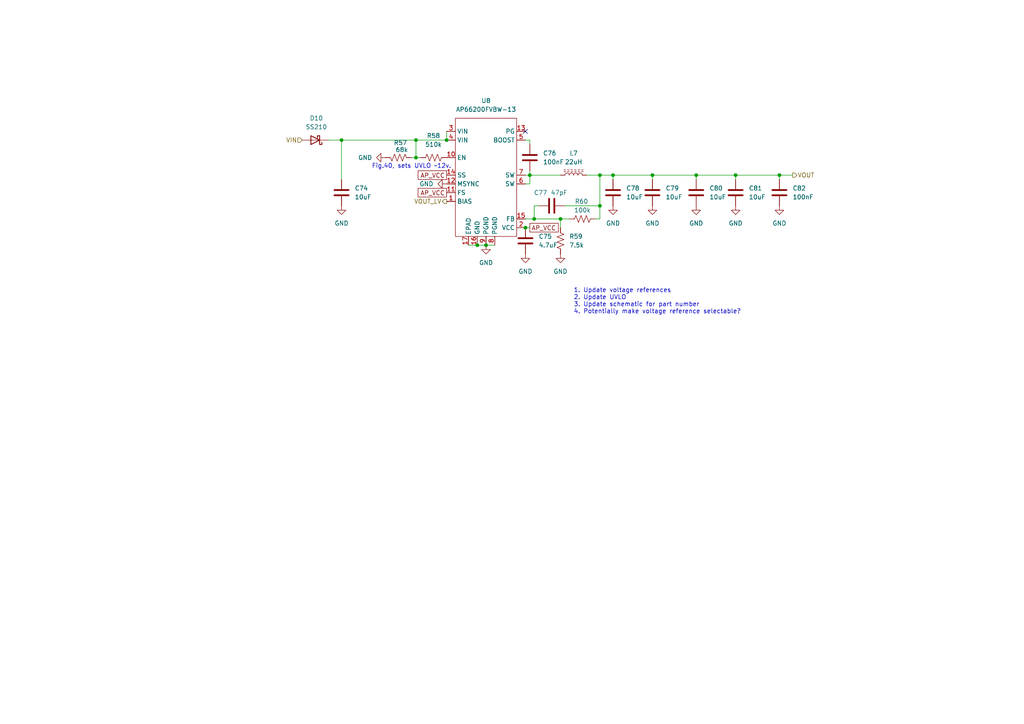
<source format=kicad_sch>
(kicad_sch (version 20231120) (generator "eeschema") (generator_version "8.0")
  (paper "A4")
  (lib_symbols
    (symbol "Device:C" (pin_numbers hide) (pin_names (offset 0.254))
      (property "Reference" "C" (at 0.635 2.54 0))
      (property "Value" "C" (at 0.635 -2.54 0))
      (symbol "C_0_1"
        (polyline (pts (xy -2.032 -0.762) (xy 2.032 -0.762)) (stroke (width 0.508)))
        (polyline (pts (xy -2.032 0.762) (xy 2.032 0.762)) (stroke (width 0.508)))
      )
      (symbol "C_1_1"
        (pin passive line (at 0 3.81 270) (length 2.794) (name "~") (number "1"))
        (pin passive line (at 0 -3.81 90) (length 2.794) (name "~") (number "2"))
      )
    )
    (symbol "Device:D_Schottky" (pin_numbers hide) (pin_names (offset 1.016) hide)
      (property "Reference" "D" (at 0 2.54 0))
      (property "Value" "D_Schottky" (at 0 -2.54 0))
      (symbol "D_Schottky_0_1"
        (polyline (pts (xy 1.27 0) (xy -1.27 0)))
        (polyline (pts (xy 1.27 1.27) (xy 1.27 -1.27) (xy -1.27 0) (xy 1.27 1.27)) (stroke (width 0.254)))
        (polyline (pts (xy -1.905 0.635) (xy -1.905 1.27) (xy -1.27 1.27) (xy -1.27 -1.27) (xy -0.635 -1.27) (xy -0.635 -0.635)) (stroke (width 0.254)))
      )
      (symbol "D_Schottky_1_1"
        (pin passive line (at -3.81 0 0) (length 2.54) (name "K") (number "1"))
        (pin passive line (at 3.81 0 180) (length 2.54) (name "A") (number "2"))
      )
    )
    (symbol "Device:L_Ferrite" (pin_numbers hide) (pin_names (offset 1.016) hide)
      (property "Reference" "L" (at -1.27 0 90))
      (property "Value" "L_Ferrite" (at 2.794 0 90))
      (symbol "L_Ferrite_0_1"
        (arc (start 0 -2.54) (mid 0.6323 -1.905) (end 0 -1.27))
        (arc (start 0 -1.27) (mid 0.6323 -0.635) (end 0 0))
        (polyline (pts (xy 1.016 -2.794) (xy 1.016 -2.286)))
        (polyline (pts (xy 1.016 -1.778) (xy 1.016 -1.27)))
        (polyline (pts (xy 1.016 -0.762) (xy 1.016 -0.254)))
        (polyline (pts (xy 1.016 0.254) (xy 1.016 0.762)))
        (polyline (pts (xy 1.016 1.27) (xy 1.016 1.778)))
        (polyline (pts (xy 1.016 2.286) (xy 1.016 2.794)))
        (polyline (pts (xy 1.524 -2.286) (xy 1.524 -2.794)))
        (polyline (pts (xy 1.524 -1.27) (xy 1.524 -1.778)))
        (polyline (pts (xy 1.524 -0.254) (xy 1.524 -0.762)))
        (polyline (pts (xy 1.524 0.762) (xy 1.524 0.254)))
        (polyline (pts (xy 1.524 1.778) (xy 1.524 1.27)))
        (polyline (pts (xy 1.524 2.794) (xy 1.524 2.286)))
        (arc (start 0 0) (mid 0.6323 0.635) (end 0 1.27))
        (arc (start 0 1.27) (mid 0.6323 1.905) (end 0 2.54))
      )
      (symbol "L_Ferrite_1_1"
        (pin passive line (at 0 3.81 270) (length 1.27) (name "1") (number "1"))
        (pin passive line (at 0 -3.81 90) (length 1.27) (name "2") (number "2"))
      )
    )
    (symbol "Device:R_US" (pin_numbers hide) (pin_names (offset 0))
      (property "Reference" "R" (at 2.54 0 90))
      (property "Value" "R_US" (at -2.54 0 90))
      (symbol "R_US_0_1"
        (polyline (pts (xy 0 -2.286) (xy 0 -2.54)))
        (polyline (pts (xy 0 2.286) (xy 0 2.54)))
        (polyline (pts (xy 0 -0.762) (xy 1.016 -1.143) (xy 0 -1.524) (xy -1.016 -1.905) (xy 0 -2.286)))
        (polyline (pts (xy 0 0.762) (xy 1.016 0.381) (xy 0 0) (xy -1.016 -0.381) (xy 0 -0.762)))
        (polyline (pts (xy 0 2.286) (xy 1.016 1.905) (xy 0 1.524) (xy -1.016 1.143) (xy 0 0.762)))
      )
      (symbol "R_US_1_1"
        (pin passive line (at 0 3.81 270) (length 1.27) (name "~") (number "1"))
        (pin passive line (at 0 -3.81 90) (length 1.27) (name "~") (number "2"))
      )
    )
    (symbol "ap66200:AP66200FVBW"
      (property "Reference" "U?" (at -7.62 17.78 0))
      (property "Value" "AP66200FVBW-13" (at 4.318 17.526 0))
      (symbol "AP66200FVBW_0_1"
        (rectangle (start -8.89 16.51) (end 8.89 -17.78))
      )
      (symbol "AP66200FVBW_1_1"
        (pin power_in line (at -11.43 -7.62 0) (length 2.54) (name "BIAS") (number "1"))
        (pin input line (at -11.43 5.08 0) (length 2.54) (name "EN") (number "10"))
        (pin input line (at -11.43 -5.08 0) (length 2.54) (name "FS") (number "11"))
        (pin input line (at -11.43 -2.54 0) (length 2.54) (name "MSYNC") (number "12"))
        (pin open_collector line (at 11.43 12.7 180) (length 2.54) (name "PG") (number "13"))
        (pin passive line (at -11.43 0 0) (length 2.54) (name "SS") (number "14"))
        (pin input line (at 11.43 -12.7 180) (length 2.54) (name "FB") (number "15"))
        (pin passive line (at -2.54 -20.32 90) (length 2.54) (name "GND") (number "16"))
        (pin passive line (at -5.08 -20.32 90) (length 2.54) (name "EPAD") (number "17"))
        (pin power_in line (at 11.43 -15.24 180) (length 2.54) (name "VCC") (number "2"))
        (pin power_in line (at -11.43 12.7 0) (length 2.54) (name "VIN") (number "3"))
        (pin power_in line (at -11.43 10.16 0) (length 2.54) (name "VIN") (number "4"))
        (pin power_out line (at 11.43 10.16 180) (length 2.54) (name "BOOST") (number "5"))
        (pin output line (at 11.43 -2.54 180) (length 2.54) (name "SW") (number "6"))
        (pin output line (at 11.43 0 180) (length 2.54) (name "SW") (number "7"))
        (pin passive line (at 2.54 -20.32 90) (length 2.54) (name "PGND") (number "8"))
        (pin passive line (at 0 -20.32 90) (length 2.54) (name "PGND") (number "9"))
      )
    )
    (symbol "power:GND" (power) (pin_names (offset 0))
      (property "Value" "GND" (at 0 -3.81 0))
      (symbol "GND_0_1"
        (polyline (pts (xy 0 0) (xy 0 -1.27) (xy 1.27 -1.27) (xy 0 -2.54) (xy -1.27 -1.27) (xy 0 -1.27)))
      )
      (symbol "GND_1_1"
        (pin power_in line (at 0 0 270) (length 0) hide (name "GND") (number "1"))
      )
    )
  )
  (junction (at 120.65 40.64))
  (junction (at 152.4 66.04))
  (junction (at 177.8 50.8))
  (junction (at 138.43 71.12))
  (junction (at 162.56 63.5))
  (junction (at 140.97 71.12))
  (junction (at 173.99 50.8))
  (junction (at 153.67 50.8))
  (junction (at 173.99 59.69))
  (junction (at 226.06 50.8))
  (junction (at 120.65 45.72))
  (junction (at 213.36 50.8))
  (junction (at 154.94 63.5))
  (junction (at 129.54 40.64))
  (junction (at 201.93 50.8))
  (junction (at 189.23 50.8))
  (junction (at 99.06 40.64))
  (no_connect (at 152.4 38.1))
  (wire (pts (xy 177.8 50.8) (xy 173.99 50.8)))
  (wire (pts (xy 163.83 59.69) (xy 173.99 59.69)))
  (wire (pts (xy 162.56 63.5) (xy 162.56 66.04)))
  (wire (pts (xy 153.67 50.8) (xy 152.4 50.8)))
  (wire (pts (xy 201.93 52.07) (xy 201.93 50.8)))
  (wire (pts (xy 177.8 50.8) (xy 189.23 50.8)))
  (wire (pts (xy 120.65 45.72) (xy 121.92 45.72)))
  (wire (pts (xy 201.93 50.8) (xy 189.23 50.8)))
  (wire (pts (xy 152.4 63.5) (xy 154.94 63.5)))
  (wire (pts (xy 138.43 71.12) (xy 140.97 71.12)))
  (wire (pts (xy 226.06 50.8) (xy 226.06 52.07)))
  (wire (pts (xy 152.4 66.04) (xy 153.67 66.04)))
  (wire (pts (xy 162.56 63.5) (xy 165.1 63.5)))
  (wire (pts (xy 129.54 38.1) (xy 129.54 40.64)))
  (wire (pts (xy 173.99 50.8) (xy 173.99 59.69)))
  (wire (pts (xy 99.06 40.64) (xy 99.06 52.07)))
  (wire (pts (xy 99.06 40.64) (xy 120.65 40.64)))
  (wire (pts (xy 173.99 59.69) (xy 173.99 63.5)))
  (wire (pts (xy 140.97 71.12) (xy 143.51 71.12)))
  (wire (pts (xy 213.36 52.07) (xy 213.36 50.8)))
  (wire (pts (xy 153.67 50.8) (xy 162.56 50.8)))
  (wire (pts (xy 170.18 50.8) (xy 173.99 50.8)))
  (wire (pts (xy 135.89 71.12) (xy 138.43 71.12)))
  (wire (pts (xy 154.94 59.69) (xy 154.94 63.5)))
  (wire (pts (xy 129.54 40.64) (xy 120.65 40.64)))
  (wire (pts (xy 152.4 53.34) (xy 153.67 53.34)))
  (wire (pts (xy 120.65 40.64) (xy 120.65 45.72)))
  (wire (pts (xy 95.25 40.64) (xy 99.06 40.64)))
  (wire (pts (xy 119.38 45.72) (xy 120.65 45.72)))
  (wire (pts (xy 189.23 50.8) (xy 189.23 52.07)))
  (wire (pts (xy 156.21 59.69) (xy 154.94 59.69)))
  (wire (pts (xy 173.99 63.5) (xy 172.72 63.5)))
  (wire (pts (xy 201.93 50.8) (xy 213.36 50.8)))
  (wire (pts (xy 153.67 40.64) (xy 152.4 40.64)))
  (wire (pts (xy 153.67 53.34) (xy 153.67 50.8)))
  (wire (pts (xy 153.67 49.53) (xy 153.67 50.8)))
  (wire (pts (xy 154.94 63.5) (xy 162.56 63.5)))
  (wire (pts (xy 226.06 50.8) (xy 229.87 50.8)))
  (wire (pts (xy 213.36 50.8) (xy 226.06 50.8)))
  (wire (pts (xy 177.8 52.07) (xy 177.8 50.8)))
  (wire (pts (xy 153.67 41.91) (xy 153.67 40.64)))
  (text "1. Update voltage references\n2. Update UVLO\n3. Update schematic for part number\n4. Potentially make voltage reference selectable?" (at 166.37 87.376 0) (effects (font (size 1.27 1.27)) (justify left)))
  (text "Fig.40, sets UVLO ~12v." (at 119.38 48.26 0) (effects (font (size 1.27 1.27))))
  (global_label "AP_VCC" (shape passive) (at 129.54 55.88 180) (property "Intersheetrefs" "${INTERSHEET_REFS}" (effects (hide yes))))
  (global_label "AP_VCC" (shape passive) (at 129.54 50.8 180) (property "Intersheetrefs" "${INTERSHEET_REFS}" (effects (hide yes))))
  (global_label "AP_VCC" (shape passive) (at 153.67 66.04 0) (property "Intersheetrefs" "${INTERSHEET_REFS}" (effects (hide yes))))
  (hierarchical_label "VIN" (shape input) (at 87.63 40.64 180))
  (hierarchical_label "VOUT" (shape output) (at 229.87 50.8 0))
  (hierarchical_label "VOUT_LV" (shape output) (at 129.54 58.42 180))
  (symbol (lib_id "Device:C") (at 226.06 55.88 0) (unit 1)
    (property "Reference" "C82" (at 229.87 54.6099 0) (effects (justify left)))
    (property "Value" "100nF" (at 229.87 57.1499 0) (effects (justify left)))
    (property "Footprint" "Capacitor_SMD:C_0603_1608Metric" (effects (hide yes)))
    (property "Description" "Unpolarized capacitor" (effects (hide yes)))
    (property "LCSC" "C14663" (effects (hide yes)))
    (property "Digikey" "N/A" (effects (hide yes)))
  )
  (symbol (lib_id "power:GND") (at 111.76 45.72 270) (unit 1)
    (property "Reference" "#PWR0125" (effects (hide yes)))
    (property "Value" "GND" (at 107.95 45.7199 90) (effects (justify right)))
    (property "Description" "Power symbol creates a global label with name \"GND\" , ground" (effects (hide yes)))
  )
  (symbol (lib_id "Device:C") (at 213.36 55.88 0) (unit 1)
    (property "Reference" "C81" (at 217.17 54.6099 0) (effects (justify left)))
    (property "Value" "10uF" (at 217.17 57.1499 0) (effects (justify left)))
    (property "Footprint" "Capacitor_SMD:C_0603_1608Metric" (effects (hide yes)))
    (property "Description" "Unpolarized capacitor" (effects (hide yes)))
    (property "Digikey" "N/A" (effects (hide yes)))
    (property "LCSC" "C96446" (effects (hide yes)))
  )
  (symbol (lib_id "Device:R_US") (at 115.57 45.72 270) (mirror x) (unit 1)
    (property "Reference" "R57" (at 118.11 41.402 90) (effects (justify right)))
    (property "Value" "68k" (at 118.364 43.434 90) (effects (justify right)))
    (property "Footprint" "Resistor_SMD:R_0603_1608Metric" (effects (hide yes)))
    (property "Description" "Resistor, US symbol" (effects (hide yes)))
    (property "LCSC" "C23231" (effects (hide yes)))
    (property "Digikey" "N/A" (effects (hide yes)))
  )
  (symbol (lib_id "power:GND") (at 99.06 59.69 0) (unit 1)
    (property "Reference" "#PWR0124" (effects (hide yes)))
    (property "Value" "GND" (at 99.06 64.77 0))
    (property "Description" "Power symbol creates a global label with name \"GND\" , ground" (effects (hide yes)))
  )
  (symbol (lib_id "power:GND") (at 177.8 59.69 0) (unit 1)
    (property "Reference" "#PWR0130" (effects (hide yes)))
    (property "Value" "GND" (at 177.8 64.77 0))
    (property "Description" "Power symbol creates a global label with name \"GND\" , ground" (effects (hide yes)))
  )
  (symbol (lib_id "power:GND") (at 226.06 59.69 0) (unit 1)
    (property "Reference" "#PWR0134" (effects (hide yes)))
    (property "Value" "GND" (at 226.06 64.77 0))
    (property "Description" "Power symbol creates a global label with name \"GND\" , ground" (effects (hide yes)))
  )
  (symbol (lib_id "Device:C") (at 153.67 45.72 0) (unit 1)
    (property "Reference" "C76" (at 157.48 44.4499 0) (effects (justify left)))
    (property "Value" "100nF" (at 157.48 46.9899 0) (effects (justify left)))
    (property "Footprint" "Capacitor_SMD:C_0603_1608Metric" (effects (hide yes)))
    (property "Description" "Unpolarized capacitor" (effects (hide yes)))
    (property "LCSC" "C14663" (effects (hide yes)))
    (property "Digikey" "N/A" (effects (hide yes)))
  )
  (symbol (lib_id "power:GND") (at 162.56 73.66 0) (unit 1)
    (property "Reference" "#PWR0129" (effects (hide yes)))
    (property "Value" "GND" (at 162.56 78.74 0))
    (property "Description" "Power symbol creates a global label with name \"GND\" , ground" (effects (hide yes)))
  )
  (symbol (lib_id "power:GND") (at 213.36 59.69 0) (unit 1)
    (property "Reference" "#PWR0133" (effects (hide yes)))
    (property "Value" "GND" (at 213.36 64.77 0))
    (property "Description" "Power symbol creates a global label with name \"GND\" , ground" (effects (hide yes)))
  )
  (symbol (lib_id "power:GND") (at 140.97 71.12 0) (unit 1)
    (property "Reference" "#PWR0127" (effects (hide yes)))
    (property "Value" "GND" (at 140.97 76.2 0))
    (property "Description" "Power symbol creates a global label with name \"GND\" , ground" (effects (hide yes)))
  )
  (symbol (lib_id "Device:R_US") (at 168.91 63.5 90) (unit 1)
    (property "Reference" "R60" (at 168.656 58.42 90))
    (property "Value" "100k" (at 168.91 60.96 90))
    (property "Footprint" "Resistor_SMD:R_0603_1608Metric" (effects (hide yes)))
    (property "Description" "Resistor, US symbol" (effects (hide yes)))
    (property "LCSC" "C25803" (effects (hide yes)))
    (property "Digikey" "N/A" (effects (hide yes)))
  )
  (symbol (lib_id "power:GND") (at 201.93 59.69 0) (unit 1)
    (property "Reference" "#PWR0132" (effects (hide yes)))
    (property "Value" "GND" (at 201.93 64.77 0))
    (property "Description" "Power symbol creates a global label with name \"GND\" , ground" (effects (hide yes)))
  )
  (symbol (lib_id "Device:C") (at 152.4 69.85 0) (unit 1)
    (property "Reference" "C75" (at 156.21 68.5799 0) (effects (justify left)))
    (property "Value" "4.7uF" (at 156.21 71.1199 0) (effects (justify left)))
    (property "Footprint" "Capacitor_SMD:C_0603_1608Metric" (effects (hide yes)))
    (property "Description" "Unpolarized capacitor" (effects (hide yes)))
    (property "Digikey" "N/A" (effects (hide yes)))
    (property "LCSC" "C19666" (effects (hide yes)))
  )
  (symbol (lib_id "Device:R_US") (at 125.73 45.72 90) (unit 1)
    (property "Reference" "R58" (at 125.73 39.37 90))
    (property "Value" "510k" (at 125.73 41.91 90))
    (property "Footprint" "Resistor_SMD:R_0603_1608Metric" (effects (hide yes)))
    (property "Description" "Resistor, US symbol" (effects (hide yes)))
    (property "LCSC" "C23192" (effects (hide yes)))
    (property "Digikey" "N/A" (effects (hide yes)))
  )
  (symbol (lib_id "Device:L_Ferrite") (at 166.37 50.8 90) (unit 1)
    (property "Reference" "L7" (at 166.37 44.45 90))
    (property "Value" "22uH" (at 166.37 46.99 90))
    (property "Footprint" "Inductors:TYS5020220M" (effects (hide yes)))
    (property "Description" "Inductor with ferrite core" (effects (hide yes)))
    (property "Digikey" "240-2706-1-ND" (effects (hide yes)))
    (property "LCSC" "N/A" (effects (hide yes)))
  )
  (symbol (lib_id "Device:C") (at 201.93 55.88 0) (unit 1)
    (property "Reference" "C80" (at 205.74 54.6099 0) (effects (justify left)))
    (property "Value" "10uF" (at 205.74 57.1499 0) (effects (justify left)))
    (property "Footprint" "Capacitor_SMD:C_0603_1608Metric" (effects (hide yes)))
    (property "Description" "Unpolarized capacitor" (effects (hide yes)))
    (property "Digikey" "N/A" (effects (hide yes)))
    (property "LCSC" "C96446" (effects (hide yes)))
  )
  (symbol (lib_id "Device:C") (at 99.06 55.88 0) (unit 1)
    (property "Reference" "C74" (at 102.87 54.6099 0) (effects (justify left)))
    (property "Value" "10uF" (at 102.87 57.1499 0) (effects (justify left)))
    (property "Footprint" "Capacitor_SMD:C_0603_1608Metric" (effects (hide yes)))
    (property "Description" "Unpolarized capacitor" (effects (hide yes)))
    (property "Digikey" "N/A" (effects (hide yes)))
    (property "LCSC" "C96446" (effects (hide yes)))
  )
  (symbol (lib_id "power:GND") (at 189.23 59.69 0) (unit 1)
    (property "Reference" "#PWR0131" (effects (hide yes)))
    (property "Value" "GND" (at 189.23 64.77 0))
    (property "Description" "Power symbol creates a global label with name \"GND\" , ground" (effects (hide yes)))
  )
  (symbol (lib_id "Device:C") (at 177.8 55.88 0) (unit 1)
    (property "Reference" "C78" (at 181.61 54.6099 0) (effects (justify left)))
    (property "Value" "10uF" (at 181.61 57.1499 0) (effects (justify left)))
    (property "Footprint" "Capacitor_SMD:C_0603_1608Metric" (effects (hide yes)))
    (property "Description" "Unpolarized capacitor" (effects (hide yes)))
    (property "Digikey" "N/A" (effects (hide yes)))
    (property "LCSC" "C96446" (effects (hide yes)))
  )
  (symbol (lib_id "Device:D_Schottky") (at 91.44 40.64 180) (unit 1)
    (property "Reference" "D10" (at 91.7575 34.29 0))
    (property "Value" "SS210" (at 91.7575 36.83 0))
    (property "Footprint" "Diode_SMD:D_SMA" (effects (hide yes)))
    (property "Description" "Schottky diode" (effects (hide yes)))
    (property "LCSC" "C14996" (effects (hide yes)))
    (property "Digikey" "N/A" (effects (hide yes)))
  )
  (symbol (lib_id "Device:C") (at 189.23 55.88 0) (unit 1)
    (property "Reference" "C79" (at 193.04 54.6099 0) (effects (justify left)))
    (property "Value" "10uF" (at 193.04 57.1499 0) (effects (justify left)))
    (property "Footprint" "Capacitor_SMD:C_0603_1608Metric" (effects (hide yes)))
    (property "Description" "Unpolarized capacitor" (effects (hide yes)))
    (property "Digikey" "N/A" (effects (hide yes)))
    (property "LCSC" "C96446" (effects (hide yes)))
  )
  (symbol (lib_id "Device:C") (at 160.02 59.69 90) (unit 1)
    (property "Reference" "C77" (at 158.7499 55.88 90) (effects (justify left)))
    (property "Value" "47pF" (at 164.592 55.88 90) (effects (justify left)))
    (property "Footprint" "Capacitor_SMD:C_0603_1608Metric" (effects (hide yes)))
    (property "Description" "Unpolarized capacitor" (effects (hide yes)))
    (property "LCSC" "C1671" (effects (hide yes)))
    (property "Digikey" "N/A" (effects (hide yes)))
  )
  (symbol (lib_id "ap66200:AP66200FVBW") (at 140.97 50.8 0) (unit 1)
    (property "Reference" "U8" (at 140.97 29.21 0))
    (property "Value" "AP66200FVBW-13" (at 140.97 31.75 0))
    (property "Footprint" "Package_DFN_QFN:QFN-16-1EP_4x4mm_P0.65mm_EP2.5x2.5mm" (effects (hide yes)))
    (property "Datasheet" "https://www.diodes.com/assets/Datasheets/AP66200.pdf" (effects (hide yes)))
    (property "Digikey" "31-AP66200FVBW-13CT-ND" (effects (hide yes)))
    (property "LCSC" "N/A" (effects (hide yes)))
  )
  (symbol (lib_id "power:GND") (at 129.54 53.34 270) (unit 1)
    (property "Reference" "#PWR0126" (effects (hide yes)))
    (property "Value" "GND" (at 125.73 53.3399 90) (effects (justify right)))
    (property "Description" "Power symbol creates a global label with name \"GND\" , ground" (effects (hide yes)))
  )
  (symbol (lib_id "Device:R_US") (at 162.56 69.85 0) (unit 1)
    (property "Reference" "R59" (at 165.1 68.5799 0) (effects (justify left)))
    (property "Value" "7.5k" (at 165.1 71.1199 0) (effects (justify left)))
    (property "Footprint" "Resistor_SMD:R_0603_1608Metric" (effects (hide yes)))
    (property "Description" "Resistor, US symbol" (effects (hide yes)))
    (property "LCSC" "C23234" (effects (hide yes)))
    (property "Digikey" "N/A" (effects (hide yes)))
  )
  (symbol (lib_id "power:GND") (at 152.4 73.66 0) (unit 1)
    (property "Reference" "#PWR0128" (effects (hide yes)))
    (property "Value" "GND" (at 152.4 78.74 0))
    (property "Description" "Power symbol creates a global label with name \"GND\" , ground" (effects (hide yes)))
  )
)
</source>
